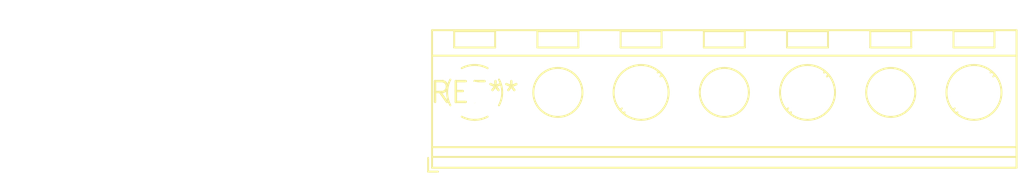
<source format=kicad_pcb>
(kicad_pcb (version 20240108) (generator pcbnew)
  (layers (0 "F.Cu" signal) (31 "B.Cu" signal) (34 "B.Paste" user) (35 "F.Paste" user) (36 "B.SilkS" user "B.Silkscreen") (37 "F.SilkS" user "F.Silkscreen") (38 "B.Mask" user) (39 "F.Mask" user) (44 "Edge.Cuts" user))
  (net 0 "")
  (footprint "TerminalBlock_RND_205-00243_1x04_P10.16mm_Horizontal" (layer "F.Cu") (at 0 0)
    (property "Reference" "REF**")
    (property "Value" "TerminalBlock_RND_205-00243_1x04_P10.16mm_Horizontal")
    (fp_line (start -2.84 4.01) (end -2.84 4.85) (layer "F.SilkS") (stroke (width 0.12)))
    (fp_line (start -2.84 4.85) (end -2.24 4.85) (layer "F.SilkS") (stroke (width 0.12)))
    (fp_line (start -2.6 -3.811) (end -2.6 4.61) (layer "F.SilkS") (stroke (width 0.12)))
    (fp_line (start -2.6 -3.811) (end 33.08 -3.811) (layer "F.SilkS") (stroke (width 0.12)))
    (fp_line (start -2.6 -2.251) (end 33.08 -2.251) (layer "F.SilkS") (stroke (width 0.12)))
    (fp_line (start -2.6 3.35) (end 33.08 3.35) (layer "F.SilkS") (stroke (width 0.12)))
    (fp_line (start -2.6 3.95) (end 33.08 3.95) (layer "F.SilkS") (stroke (width 0.12)))
    (fp_line (start -2.6 4.61) (end 33.08 4.61) (layer "F.SilkS") (stroke (width 0.12)))
    (fp_line (start -1.25 -3.751) (end -1.25 -2.751) (layer "F.SilkS") (stroke (width 0.12)))
    (fp_line (start -1.25 -3.751) (end 1.25 -3.751) (layer "F.SilkS") (stroke (width 0.12)))
    (fp_line (start -1.25 -2.751) (end 1.25 -2.751) (layer "F.SilkS") (stroke (width 0.12)))
    (fp_line (start 1.25 -3.751) (end 1.25 -2.751) (layer "F.SilkS") (stroke (width 0.12)))
    (fp_line (start 3.83 -3.751) (end 3.83 -2.751) (layer "F.SilkS") (stroke (width 0.12)))
    (fp_line (start 3.83 -3.751) (end 6.33 -3.751) (layer "F.SilkS") (stroke (width 0.12)))
    (fp_line (start 3.83 -2.751) (end 6.33 -2.751) (layer "F.SilkS") (stroke (width 0.12)))
    (fp_line (start 6.33 -3.751) (end 6.33 -2.751) (layer "F.SilkS") (stroke (width 0.12)))
    (fp_line (start 8.91 -3.751) (end 8.91 -2.751) (layer "F.SilkS") (stroke (width 0.12)))
    (fp_line (start 8.91 -3.751) (end 11.41 -3.751) (layer "F.SilkS") (stroke (width 0.12)))
    (fp_line (start 8.91 -2.751) (end 11.41 -2.751) (layer "F.SilkS") (stroke (width 0.12)))
    (fp_line (start 8.98 0.976) (end 8.886 1.069) (layer "F.SilkS") (stroke (width 0.12)))
    (fp_line (start 9.15 1.216) (end 9.091 1.274) (layer "F.SilkS") (stroke (width 0.12)))
    (fp_line (start 11.23 -1.275) (end 11.171 -1.216) (layer "F.SilkS") (stroke (width 0.12)))
    (fp_line (start 11.41 -3.751) (end 11.41 -2.751) (layer "F.SilkS") (stroke (width 0.12)))
    (fp_line (start 11.435 -1.069) (end 11.341 -0.976) (layer "F.SilkS") (stroke (width 0.12)))
    (fp_line (start 13.99 -3.751) (end 13.99 -2.751) (layer "F.SilkS") (stroke (width 0.12)))
    (fp_line (start 13.99 -3.751) (end 16.49 -3.751) (layer "F.SilkS") (stroke (width 0.12)))
    (fp_line (start 13.99 -2.751) (end 16.49 -2.751) (layer "F.SilkS") (stroke (width 0.12)))
    (fp_line (start 16.49 -3.751) (end 16.49 -2.751) (layer "F.SilkS") (stroke (width 0.12)))
    (fp_line (start 19.07 -3.751) (end 19.07 -2.751) (layer "F.SilkS") (stroke (width 0.12)))
    (fp_line (start 19.07 -3.751) (end 21.57 -3.751) (layer "F.SilkS") (stroke (width 0.12)))
    (fp_line (start 19.07 -2.751) (end 21.57 -2.751) (layer "F.SilkS") (stroke (width 0.12)))
    (fp_line (start 19.14 0.976) (end 19.046 1.069) (layer "F.SilkS") (stroke (width 0.12)))
    (fp_line (start 19.31 1.216) (end 19.251 1.274) (layer "F.SilkS") (stroke (width 0.12)))
    (fp_line (start 21.39 -1.275) (end 21.331 -1.216) (layer "F.SilkS") (stroke (width 0.12)))
    (fp_line (start 21.57 -3.751) (end 21.57 -2.751) (layer "F.SilkS") (stroke (width 0.12)))
    (fp_line (start 21.595 -1.069) (end 21.501 -0.976) (layer "F.SilkS") (stroke (width 0.12)))
    (fp_line (start 24.15 -3.751) (end 24.15 -2.751) (layer "F.SilkS") (stroke (width 0.12)))
    (fp_line (start 24.15 -3.751) (end 26.65 -3.751) (layer "F.SilkS") (stroke (width 0.12)))
    (fp_line (start 24.15 -2.751) (end 26.65 -2.751) (layer "F.SilkS") (stroke (width 0.12)))
    (fp_line (start 26.65 -3.751) (end 26.65 -2.751) (layer "F.SilkS") (stroke (width 0.12)))
    (fp_line (start 29.23 -3.751) (end 29.23 -2.751) (layer "F.SilkS") (stroke (width 0.12)))
    (fp_line (start 29.23 -3.751) (end 31.73 -3.751) (layer "F.SilkS") (stroke (width 0.12)))
    (fp_line (start 29.23 -2.751) (end 31.73 -2.751) (layer "F.SilkS") (stroke (width 0.12)))
    (fp_line (start 29.3 0.976) (end 29.206 1.069) (layer "F.SilkS") (stroke (width 0.12)))
    (fp_line (start 29.47 1.216) (end 29.411 1.274) (layer "F.SilkS") (stroke (width 0.12)))
    (fp_line (start 31.55 -1.275) (end 31.491 -1.216) (layer "F.SilkS") (stroke (width 0.12)))
    (fp_line (start 31.73 -3.751) (end 31.73 -2.751) (layer "F.SilkS") (stroke (width 0.12)))
    (fp_line (start 31.755 -1.069) (end 31.661 -0.976) (layer "F.SilkS") (stroke (width 0.12)))
    (fp_line (start 33.08 -3.811) (end 33.08 4.61) (layer "F.SilkS") (stroke (width 0.12)))
    (fp_arc (start -1.483953 0.789089) (mid -1.680708 5e-05) (end -1.484 -0.789) (layer "F.SilkS") (stroke (width 0.12)))
    (fp_arc (start -0.789089 -1.483953) (mid -5e-05 -1.680708) (end 0.789 -1.484) (layer "F.SilkS") (stroke (width 0.12)))
    (fp_arc (start 0.029383 1.68045) (mid -0.392304 1.634281) (end -0.789 1.484) (layer "F.SilkS") (stroke (width 0.12)))
    (fp_arc (start 0.788712 1.483352) (mid 0.406429 1.630097) (end 0 1.68) (layer "F.SilkS") (stroke (width 0.12)))
    (fp_arc (start 1.483953 -0.789089) (mid 1.680708 -5e-05) (end 1.484 0.789) (layer "F.SilkS") (stroke (width 0.12)))
    (fp_circle (center 5.08 0) (end 6.58 0) (layer "F.SilkS") (stroke (width 0.12)) (fill none))
    (fp_circle (center 10.16 0) (end 11.84 0) (layer "F.SilkS") (stroke (width 0.12)) (fill none))
    (fp_circle (center 15.24 0) (end 16.74 0) (layer "F.SilkS") (stroke (width 0.12)) (fill none))
    (fp_circle (center 20.32 0) (end 22 0) (layer "F.SilkS") (stroke (width 0.12)) (fill none))
    (fp_circle (center 25.4 0) (end 26.9 0) (layer "F.SilkS") (stroke (width 0.12)) (fill none))
    (fp_circle (center 30.48 0) (end 32.16 0) (layer "F.SilkS") (stroke (width 0.12)) (fill none))
    (pad "1" thru_hole rect (at 0 0) (size 2.5 2.5) (drill 1.3) (layers *.Cu *.Mask) (remove_unused_layers))
    (pad "2" thru_hole circle (at 10.16 0) (size 2.5 2.5) (drill 1.3) (layers *.Cu *.Mask) (remove_unused_layers))
    (pad "3" thru_hole circle (at 20.32 0) (size 2.5 2.5) (drill 1.3) (layers *.Cu *.Mask) (remove_unused_layers))
    (pad "4" thru_hole circle (at 30.48 0) (size 2.5 2.5) (drill 1.3) (layers *.Cu *.Mask) (remove_unused_layers))
  )
)
</source>
